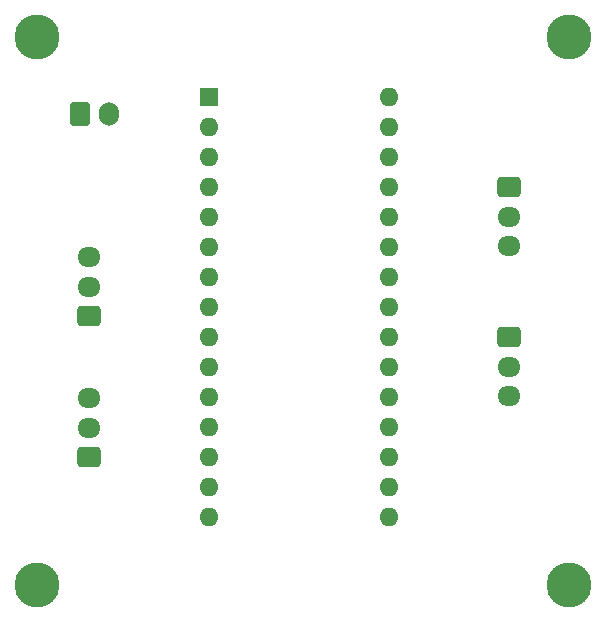
<source format=gbl>
%TF.GenerationSoftware,KiCad,Pcbnew,(6.0.4-0)*%
%TF.CreationDate,2022-04-12T17:33:19+02:00*%
%TF.ProjectId,Raptor_Gripper_Board,52617074-6f72-45f4-9772-69707065725f,rev?*%
%TF.SameCoordinates,Original*%
%TF.FileFunction,Copper,L2,Bot*%
%TF.FilePolarity,Positive*%
%FSLAX46Y46*%
G04 Gerber Fmt 4.6, Leading zero omitted, Abs format (unit mm)*
G04 Created by KiCad (PCBNEW (6.0.4-0)) date 2022-04-12 17:33:19*
%MOMM*%
%LPD*%
G01*
G04 APERTURE LIST*
G04 Aperture macros list*
%AMRoundRect*
0 Rectangle with rounded corners*
0 $1 Rounding radius*
0 $2 $3 $4 $5 $6 $7 $8 $9 X,Y pos of 4 corners*
0 Add a 4 corners polygon primitive as box body*
4,1,4,$2,$3,$4,$5,$6,$7,$8,$9,$2,$3,0*
0 Add four circle primitives for the rounded corners*
1,1,$1+$1,$2,$3*
1,1,$1+$1,$4,$5*
1,1,$1+$1,$6,$7*
1,1,$1+$1,$8,$9*
0 Add four rect primitives between the rounded corners*
20,1,$1+$1,$2,$3,$4,$5,0*
20,1,$1+$1,$4,$5,$6,$7,0*
20,1,$1+$1,$6,$7,$8,$9,0*
20,1,$1+$1,$8,$9,$2,$3,0*%
G04 Aperture macros list end*
%TA.AperFunction,ConnectorPad*%
%ADD10C,3.800000*%
%TD*%
%TA.AperFunction,ComponentPad*%
%ADD11C,2.600000*%
%TD*%
%TA.AperFunction,ComponentPad*%
%ADD12RoundRect,0.250000X0.725000X-0.600000X0.725000X0.600000X-0.725000X0.600000X-0.725000X-0.600000X0*%
%TD*%
%TA.AperFunction,ComponentPad*%
%ADD13O,1.950000X1.700000*%
%TD*%
%TA.AperFunction,ComponentPad*%
%ADD14RoundRect,0.250000X-0.725000X0.600000X-0.725000X-0.600000X0.725000X-0.600000X0.725000X0.600000X0*%
%TD*%
%TA.AperFunction,ComponentPad*%
%ADD15RoundRect,0.250000X-0.600000X-0.750000X0.600000X-0.750000X0.600000X0.750000X-0.600000X0.750000X0*%
%TD*%
%TA.AperFunction,ComponentPad*%
%ADD16O,1.700000X2.000000*%
%TD*%
%TA.AperFunction,ComponentPad*%
%ADD17O,1.600000X1.600000*%
%TD*%
%TA.AperFunction,ComponentPad*%
%ADD18R,1.600000X1.600000*%
%TD*%
G04 APERTURE END LIST*
D10*
%TO.P,H3,1*%
%TO.N,N/C*%
X79375000Y-45720000D03*
D11*
X79375000Y-45720000D03*
%TD*%
%TO.P,H2,1*%
%TO.N,N/C*%
X124460000Y-45720000D03*
D10*
X124460000Y-45720000D03*
%TD*%
%TO.P,H1,1*%
%TO.N,N/C*%
X124460000Y-92075000D03*
D11*
X124460000Y-92075000D03*
%TD*%
D10*
%TO.P,H0,1*%
%TO.N,N/C*%
X79375000Y-92075000D03*
D11*
X79375000Y-92075000D03*
%TD*%
D12*
%TO.P,J5,1,Pin_1*%
%TO.N,Net-(J5-Pad1)*%
X83820000Y-81280000D03*
D13*
%TO.P,J5,2,Pin_2*%
%TO.N,Net-(J5-Pad2)*%
X83820000Y-78780000D03*
%TO.P,J5,3,Pin_3*%
%TO.N,Net-(J4-Pad3)*%
X83820000Y-76280000D03*
%TD*%
%TO.P,J4,3,Pin_3*%
%TO.N,Net-(J4-Pad3)*%
X83820000Y-64330000D03*
%TO.P,J4,2,Pin_2*%
%TO.N,Net-(J4-Pad2)*%
X83820000Y-66830000D03*
D12*
%TO.P,J4,1,Pin_1*%
%TO.N,Net-(J5-Pad1)*%
X83820000Y-69330000D03*
%TD*%
D13*
%TO.P,J3,3,Pin_3*%
%TO.N,Net-(J3-Pad3)*%
X119380000Y-63420000D03*
%TO.P,J3,2,Pin_2*%
%TO.N,Net-(J3-Pad2)*%
X119380000Y-60920000D03*
D14*
%TO.P,J3,1,Pin_1*%
%TO.N,Net-(J2-Pad1)*%
X119380000Y-58420000D03*
%TD*%
D13*
%TO.P,J2,3,Pin_3*%
%TO.N,Net-(J2-Pad3)*%
X119380000Y-76120000D03*
%TO.P,J2,2,Pin_2*%
%TO.N,Net-(J2-Pad2)*%
X119380000Y-73620000D03*
D14*
%TO.P,J2,1,Pin_1*%
%TO.N,Net-(J2-Pad1)*%
X119380000Y-71120000D03*
%TD*%
D15*
%TO.P,J1,1,Pin_1*%
%TO.N,Net-(J5-Pad1)*%
X82990000Y-52190000D03*
D16*
%TO.P,J1,2,Pin_2*%
%TO.N,Net-(J4-Pad3)*%
X85490000Y-52190000D03*
%TD*%
D17*
%TO.P,A0,30,VIN*%
%TO.N,unconnected-(A0-Pad30)*%
X109220000Y-50800000D03*
%TO.P,A0,29,GND*%
%TO.N,Net-(J4-Pad3)*%
X109220000Y-53340000D03*
%TO.P,A0,28,~{RESET}*%
%TO.N,unconnected-(A0-Pad28)*%
X109220000Y-55880000D03*
%TO.P,A0,27,+5V*%
%TO.N,Net-(J2-Pad1)*%
X109220000Y-58420000D03*
%TO.P,A0,26,A7*%
%TO.N,unconnected-(A0-Pad26)*%
X109220000Y-60960000D03*
%TO.P,A0,25,A6*%
%TO.N,unconnected-(A0-Pad25)*%
X109220000Y-63500000D03*
%TO.P,A0,24,SCL/A5*%
%TO.N,Net-(J3-Pad3)*%
X109220000Y-66040000D03*
%TO.P,A0,23,SDA/A4*%
%TO.N,Net-(J3-Pad2)*%
X109220000Y-68580000D03*
%TO.P,A0,22,A3*%
%TO.N,Net-(J2-Pad3)*%
X109220000Y-71120000D03*
%TO.P,A0,21,A2*%
%TO.N,Net-(J2-Pad2)*%
X109220000Y-73660000D03*
%TO.P,A0,20,A1*%
%TO.N,unconnected-(A0-Pad20)*%
X109220000Y-76200000D03*
%TO.P,A0,19,A0*%
%TO.N,unconnected-(A0-Pad19)*%
X109220000Y-78740000D03*
%TO.P,A0,18,AREF*%
%TO.N,unconnected-(A0-Pad18)*%
X109220000Y-81280000D03*
%TO.P,A0,17,3V3*%
%TO.N,unconnected-(A0-Pad17)*%
X109220000Y-83820000D03*
%TO.P,A0,16,SCK*%
%TO.N,unconnected-(A0-Pad16)*%
X109220000Y-86360000D03*
%TO.P,A0,15,MISO*%
%TO.N,unconnected-(A0-Pad15)*%
X93980000Y-86360000D03*
%TO.P,A0,14,MOSI*%
%TO.N,unconnected-(A0-Pad14)*%
X93980000Y-83820000D03*
%TO.P,A0,13,D10*%
%TO.N,unconnected-(A0-Pad13)*%
X93980000Y-81280000D03*
%TO.P,A0,12,D9*%
%TO.N,Net-(J5-Pad2)*%
X93980000Y-78740000D03*
%TO.P,A0,11,D8*%
%TO.N,unconnected-(A0-Pad11)*%
X93980000Y-76200000D03*
%TO.P,A0,10,D7*%
%TO.N,unconnected-(A0-Pad10)*%
X93980000Y-73660000D03*
%TO.P,A0,9,D6*%
%TO.N,Net-(J4-Pad2)*%
X93980000Y-71120000D03*
%TO.P,A0,8,D5*%
%TO.N,unconnected-(A0-Pad8)*%
X93980000Y-68580000D03*
%TO.P,A0,7,D4*%
%TO.N,unconnected-(A0-Pad7)*%
X93980000Y-66040000D03*
%TO.P,A0,6,D3*%
%TO.N,unconnected-(A0-Pad6)*%
X93980000Y-63500000D03*
%TO.P,A0,5,D2*%
%TO.N,unconnected-(A0-Pad5)*%
X93980000Y-60960000D03*
%TO.P,A0,4,GND*%
%TO.N,Net-(J4-Pad3)*%
X93980000Y-58420000D03*
%TO.P,A0,3,~{RESET}*%
%TO.N,unconnected-(A0-Pad3)*%
X93980000Y-55880000D03*
%TO.P,A0,2,RX1*%
%TO.N,unconnected-(A0-Pad2)*%
X93980000Y-53340000D03*
D18*
%TO.P,A0,1,TX1*%
%TO.N,unconnected-(A0-Pad1)*%
X93980000Y-50800000D03*
%TD*%
M02*

</source>
